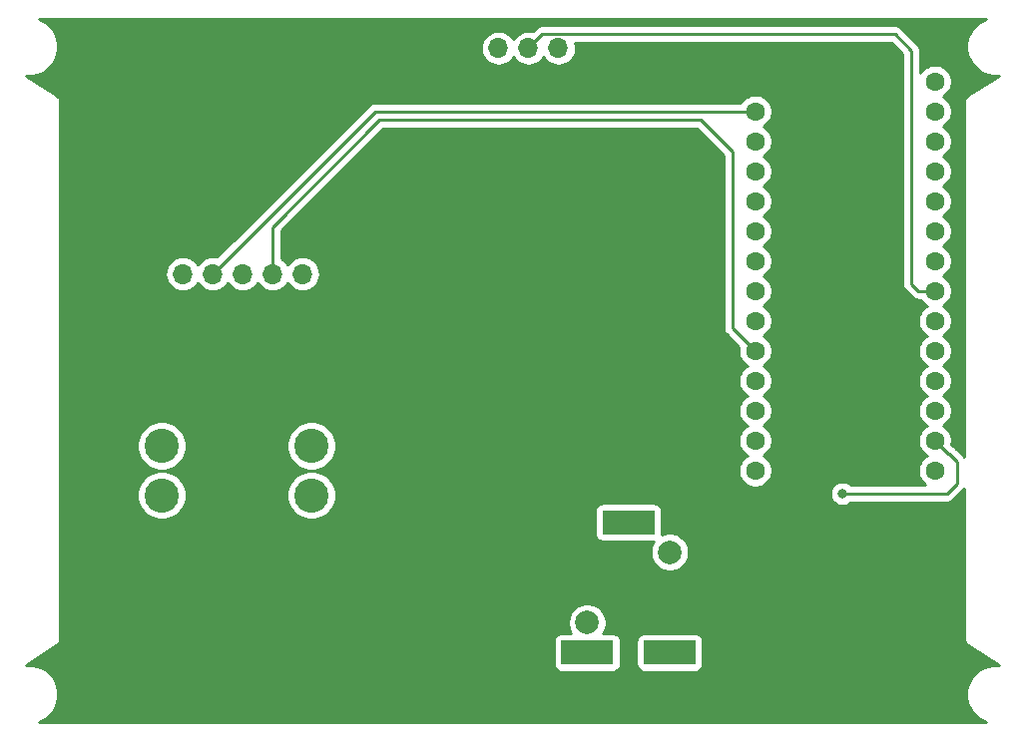
<source format=gbr>
G04 #@! TF.GenerationSoftware,KiCad,Pcbnew,(5.1.4-0)*
G04 #@! TF.CreationDate,2020-03-10T11:39:59-04:00*
G04 #@! TF.ProjectId,joystick,6a6f7973-7469-4636-9b2e-6b696361645f,rev?*
G04 #@! TF.SameCoordinates,Original*
G04 #@! TF.FileFunction,Copper,L2,Bot*
G04 #@! TF.FilePolarity,Positive*
%FSLAX46Y46*%
G04 Gerber Fmt 4.6, Leading zero omitted, Abs format (unit mm)*
G04 Created by KiCad (PCBNEW (5.1.4-0)) date 2020-03-10 11:39:59*
%MOMM*%
%LPD*%
G04 APERTURE LIST*
%ADD10O,1.700000X1.700000*%
%ADD11R,1.700000X1.700000*%
%ADD12R,4.400000X2.000000*%
%ADD13C,2.000000*%
%ADD14C,2.900000*%
%ADD15R,1.600000X1.600000*%
%ADD16C,1.600000*%
%ADD17C,0.800000*%
%ADD18C,0.250000*%
%ADD19C,0.254000*%
G04 APERTURE END LIST*
D10*
X107200000Y-86300000D03*
X104660000Y-86300000D03*
X102120000Y-86300000D03*
X99580000Y-86300000D03*
X97040000Y-86300000D03*
D11*
X94500000Y-86300000D03*
D10*
X128900000Y-67140000D03*
X126360000Y-67140000D03*
X123820000Y-67140000D03*
D11*
X121280000Y-67140000D03*
D12*
X138350000Y-118460000D03*
X131350000Y-118460000D03*
X134850000Y-107400000D03*
D13*
X138350000Y-109930000D03*
X131350000Y-115930000D03*
D14*
X107950000Y-100900000D03*
X107950000Y-105100000D03*
X95250000Y-105100000D03*
X95250000Y-100900000D03*
D15*
X145600000Y-69970000D03*
D16*
X145600000Y-72510000D03*
X145600000Y-75050000D03*
X145600000Y-77590000D03*
X145600000Y-80130000D03*
X145600000Y-82670000D03*
X145600000Y-85210000D03*
X145600000Y-87750000D03*
X145600000Y-90290000D03*
X145600000Y-92830000D03*
X145600000Y-95370000D03*
X145600000Y-97910000D03*
X145600000Y-100450000D03*
X160840000Y-69970000D03*
X160840000Y-72510000D03*
X160840000Y-75050000D03*
X160840000Y-77590000D03*
X160840000Y-80130000D03*
X160840000Y-82670000D03*
X160840000Y-85210000D03*
X160840000Y-87750000D03*
X160840000Y-90290000D03*
X160840000Y-92830000D03*
X160840000Y-95370000D03*
X160840000Y-97910000D03*
X160840000Y-100450000D03*
X145600000Y-102990000D03*
X160840000Y-102990000D03*
D17*
X112300000Y-106950000D03*
X124050000Y-108900000D03*
X153000000Y-104950000D03*
D18*
X127535001Y-65964999D02*
X157464999Y-65964999D01*
X126360000Y-67140000D02*
X127535001Y-65964999D01*
X157464999Y-65964999D02*
X158850000Y-67350000D01*
X158850000Y-67350000D02*
X158850000Y-87150000D01*
X159450000Y-87750000D02*
X160840000Y-87750000D01*
X158850000Y-87150000D02*
X159450000Y-87750000D01*
X153000000Y-104950000D02*
X155050000Y-104950000D01*
X161850000Y-104950000D02*
X153000000Y-104950000D01*
X162700000Y-102250000D02*
X162700000Y-104100000D01*
X162025001Y-101575001D02*
X162700000Y-102250000D01*
X160840000Y-100450000D02*
X161965001Y-101575001D01*
X161965001Y-101575001D02*
X162025001Y-101575001D01*
X162700000Y-104100000D02*
X161850000Y-104950000D01*
X113370000Y-72510000D02*
X102030000Y-83850000D01*
X145600000Y-72510000D02*
X113370000Y-72510000D01*
X102030000Y-83850000D02*
X99580000Y-86300000D01*
X145600000Y-92830000D02*
X143650000Y-90880000D01*
X143650000Y-90880000D02*
X143650000Y-75950000D01*
X140950000Y-73250000D02*
X113750000Y-73250000D01*
X143650000Y-75950000D02*
X140950000Y-73250000D01*
X104660000Y-82340000D02*
X104660000Y-86300000D01*
X113750000Y-73250000D02*
X104660000Y-82340000D01*
D19*
G36*
X164822911Y-64797821D02*
G01*
X164415905Y-65069774D01*
X164069774Y-65415905D01*
X163797821Y-65822911D01*
X163610497Y-66275152D01*
X163515000Y-66755249D01*
X163515000Y-67244751D01*
X163610497Y-67724848D01*
X163797821Y-68177089D01*
X164069774Y-68584095D01*
X164415905Y-68930226D01*
X164822911Y-69202179D01*
X165275152Y-69389503D01*
X165755249Y-69485000D01*
X166244751Y-69485000D01*
X166260092Y-69481949D01*
X163678280Y-71134951D01*
X163642539Y-71154055D01*
X163595548Y-71192620D01*
X163547847Y-71230230D01*
X163543461Y-71235367D01*
X163538234Y-71239656D01*
X163499665Y-71286652D01*
X163460223Y-71332841D01*
X163456923Y-71338735D01*
X163452634Y-71343961D01*
X163423977Y-71397574D01*
X163394301Y-71450574D01*
X163392214Y-71456998D01*
X163389027Y-71462961D01*
X163371387Y-71521111D01*
X163352613Y-71578906D01*
X163351819Y-71585619D01*
X163349858Y-71592084D01*
X163343899Y-71652584D01*
X163336765Y-71712905D01*
X163339946Y-71753287D01*
X163339947Y-101835027D01*
X163334974Y-101825724D01*
X163240001Y-101709999D01*
X163211004Y-101686202D01*
X162588804Y-101064003D01*
X162565002Y-101035000D01*
X162449277Y-100940027D01*
X162353788Y-100888987D01*
X162238688Y-100773886D01*
X162275000Y-100591335D01*
X162275000Y-100308665D01*
X162219853Y-100031426D01*
X162111680Y-99770273D01*
X161954637Y-99535241D01*
X161754759Y-99335363D01*
X161522241Y-99180000D01*
X161754759Y-99024637D01*
X161954637Y-98824759D01*
X162111680Y-98589727D01*
X162219853Y-98328574D01*
X162275000Y-98051335D01*
X162275000Y-97768665D01*
X162219853Y-97491426D01*
X162111680Y-97230273D01*
X161954637Y-96995241D01*
X161754759Y-96795363D01*
X161522241Y-96640000D01*
X161754759Y-96484637D01*
X161954637Y-96284759D01*
X162111680Y-96049727D01*
X162219853Y-95788574D01*
X162275000Y-95511335D01*
X162275000Y-95228665D01*
X162219853Y-94951426D01*
X162111680Y-94690273D01*
X161954637Y-94455241D01*
X161754759Y-94255363D01*
X161522241Y-94100000D01*
X161754759Y-93944637D01*
X161954637Y-93744759D01*
X162111680Y-93509727D01*
X162219853Y-93248574D01*
X162275000Y-92971335D01*
X162275000Y-92688665D01*
X162219853Y-92411426D01*
X162111680Y-92150273D01*
X161954637Y-91915241D01*
X161754759Y-91715363D01*
X161522241Y-91560000D01*
X161754759Y-91404637D01*
X161954637Y-91204759D01*
X162111680Y-90969727D01*
X162219853Y-90708574D01*
X162275000Y-90431335D01*
X162275000Y-90148665D01*
X162219853Y-89871426D01*
X162111680Y-89610273D01*
X161954637Y-89375241D01*
X161754759Y-89175363D01*
X161522241Y-89020000D01*
X161754759Y-88864637D01*
X161954637Y-88664759D01*
X162111680Y-88429727D01*
X162219853Y-88168574D01*
X162275000Y-87891335D01*
X162275000Y-87608665D01*
X162219853Y-87331426D01*
X162111680Y-87070273D01*
X161954637Y-86835241D01*
X161754759Y-86635363D01*
X161522241Y-86480000D01*
X161754759Y-86324637D01*
X161954637Y-86124759D01*
X162111680Y-85889727D01*
X162219853Y-85628574D01*
X162275000Y-85351335D01*
X162275000Y-85068665D01*
X162219853Y-84791426D01*
X162111680Y-84530273D01*
X161954637Y-84295241D01*
X161754759Y-84095363D01*
X161522241Y-83940000D01*
X161754759Y-83784637D01*
X161954637Y-83584759D01*
X162111680Y-83349727D01*
X162219853Y-83088574D01*
X162275000Y-82811335D01*
X162275000Y-82528665D01*
X162219853Y-82251426D01*
X162111680Y-81990273D01*
X161954637Y-81755241D01*
X161754759Y-81555363D01*
X161522241Y-81400000D01*
X161754759Y-81244637D01*
X161954637Y-81044759D01*
X162111680Y-80809727D01*
X162219853Y-80548574D01*
X162275000Y-80271335D01*
X162275000Y-79988665D01*
X162219853Y-79711426D01*
X162111680Y-79450273D01*
X161954637Y-79215241D01*
X161754759Y-79015363D01*
X161522241Y-78860000D01*
X161754759Y-78704637D01*
X161954637Y-78504759D01*
X162111680Y-78269727D01*
X162219853Y-78008574D01*
X162275000Y-77731335D01*
X162275000Y-77448665D01*
X162219853Y-77171426D01*
X162111680Y-76910273D01*
X161954637Y-76675241D01*
X161754759Y-76475363D01*
X161522241Y-76320000D01*
X161754759Y-76164637D01*
X161954637Y-75964759D01*
X162111680Y-75729727D01*
X162219853Y-75468574D01*
X162275000Y-75191335D01*
X162275000Y-74908665D01*
X162219853Y-74631426D01*
X162111680Y-74370273D01*
X161954637Y-74135241D01*
X161754759Y-73935363D01*
X161522241Y-73780000D01*
X161754759Y-73624637D01*
X161954637Y-73424759D01*
X162111680Y-73189727D01*
X162219853Y-72928574D01*
X162275000Y-72651335D01*
X162275000Y-72368665D01*
X162219853Y-72091426D01*
X162111680Y-71830273D01*
X161954637Y-71595241D01*
X161754759Y-71395363D01*
X161522241Y-71240000D01*
X161754759Y-71084637D01*
X161954637Y-70884759D01*
X162111680Y-70649727D01*
X162219853Y-70388574D01*
X162275000Y-70111335D01*
X162275000Y-69828665D01*
X162219853Y-69551426D01*
X162111680Y-69290273D01*
X161954637Y-69055241D01*
X161754759Y-68855363D01*
X161519727Y-68698320D01*
X161258574Y-68590147D01*
X160981335Y-68535000D01*
X160698665Y-68535000D01*
X160421426Y-68590147D01*
X160160273Y-68698320D01*
X159925241Y-68855363D01*
X159725363Y-69055241D01*
X159610000Y-69227894D01*
X159610000Y-67387322D01*
X159613676Y-67349999D01*
X159610000Y-67312676D01*
X159610000Y-67312667D01*
X159599003Y-67201014D01*
X159555546Y-67057753D01*
X159484974Y-66925724D01*
X159390001Y-66809999D01*
X159361004Y-66786202D01*
X158028803Y-65454002D01*
X158005000Y-65424998D01*
X157889275Y-65330025D01*
X157757246Y-65259453D01*
X157613985Y-65215996D01*
X157502332Y-65204999D01*
X157502321Y-65204999D01*
X157464999Y-65201323D01*
X157427677Y-65204999D01*
X127572323Y-65204999D01*
X127535000Y-65201323D01*
X127497677Y-65204999D01*
X127497668Y-65204999D01*
X127386015Y-65215996D01*
X127242754Y-65259453D01*
X127110725Y-65330025D01*
X126995000Y-65424998D01*
X126971202Y-65453996D01*
X126725995Y-65699203D01*
X126651111Y-65676487D01*
X126432950Y-65655000D01*
X126287050Y-65655000D01*
X126068889Y-65676487D01*
X125788966Y-65761401D01*
X125530986Y-65899294D01*
X125304866Y-66084866D01*
X125119294Y-66310986D01*
X125090000Y-66365791D01*
X125060706Y-66310986D01*
X124875134Y-66084866D01*
X124649014Y-65899294D01*
X124391034Y-65761401D01*
X124111111Y-65676487D01*
X123892950Y-65655000D01*
X123747050Y-65655000D01*
X123528889Y-65676487D01*
X123248966Y-65761401D01*
X122990986Y-65899294D01*
X122764866Y-66084866D01*
X122579294Y-66310986D01*
X122441401Y-66568966D01*
X122356487Y-66848889D01*
X122327815Y-67140000D01*
X122356487Y-67431111D01*
X122441401Y-67711034D01*
X122579294Y-67969014D01*
X122764866Y-68195134D01*
X122990986Y-68380706D01*
X123248966Y-68518599D01*
X123528889Y-68603513D01*
X123747050Y-68625000D01*
X123892950Y-68625000D01*
X124111111Y-68603513D01*
X124391034Y-68518599D01*
X124649014Y-68380706D01*
X124875134Y-68195134D01*
X125060706Y-67969014D01*
X125090000Y-67914209D01*
X125119294Y-67969014D01*
X125304866Y-68195134D01*
X125530986Y-68380706D01*
X125788966Y-68518599D01*
X126068889Y-68603513D01*
X126287050Y-68625000D01*
X126432950Y-68625000D01*
X126651111Y-68603513D01*
X126931034Y-68518599D01*
X127189014Y-68380706D01*
X127415134Y-68195134D01*
X127600706Y-67969014D01*
X127630000Y-67914209D01*
X127659294Y-67969014D01*
X127844866Y-68195134D01*
X128070986Y-68380706D01*
X128328966Y-68518599D01*
X128608889Y-68603513D01*
X128827050Y-68625000D01*
X128972950Y-68625000D01*
X129191111Y-68603513D01*
X129471034Y-68518599D01*
X129729014Y-68380706D01*
X129955134Y-68195134D01*
X130140706Y-67969014D01*
X130278599Y-67711034D01*
X130363513Y-67431111D01*
X130392185Y-67140000D01*
X130363513Y-66848889D01*
X130325931Y-66724999D01*
X157150198Y-66724999D01*
X158090000Y-67664802D01*
X158090001Y-87112667D01*
X158086324Y-87150000D01*
X158090001Y-87187333D01*
X158100998Y-87298986D01*
X158109109Y-87325724D01*
X158144454Y-87442246D01*
X158215026Y-87574276D01*
X158236969Y-87601013D01*
X158310000Y-87690001D01*
X158338998Y-87713799D01*
X158886200Y-88261002D01*
X158909999Y-88290001D01*
X158938997Y-88313799D01*
X159025723Y-88384974D01*
X159157753Y-88455546D01*
X159301014Y-88499003D01*
X159412667Y-88510000D01*
X159412676Y-88510000D01*
X159449999Y-88513676D01*
X159487322Y-88510000D01*
X159621957Y-88510000D01*
X159725363Y-88664759D01*
X159925241Y-88864637D01*
X160157759Y-89020000D01*
X159925241Y-89175363D01*
X159725363Y-89375241D01*
X159568320Y-89610273D01*
X159460147Y-89871426D01*
X159405000Y-90148665D01*
X159405000Y-90431335D01*
X159460147Y-90708574D01*
X159568320Y-90969727D01*
X159725363Y-91204759D01*
X159925241Y-91404637D01*
X160157759Y-91560000D01*
X159925241Y-91715363D01*
X159725363Y-91915241D01*
X159568320Y-92150273D01*
X159460147Y-92411426D01*
X159405000Y-92688665D01*
X159405000Y-92971335D01*
X159460147Y-93248574D01*
X159568320Y-93509727D01*
X159725363Y-93744759D01*
X159925241Y-93944637D01*
X160157759Y-94100000D01*
X159925241Y-94255363D01*
X159725363Y-94455241D01*
X159568320Y-94690273D01*
X159460147Y-94951426D01*
X159405000Y-95228665D01*
X159405000Y-95511335D01*
X159460147Y-95788574D01*
X159568320Y-96049727D01*
X159725363Y-96284759D01*
X159925241Y-96484637D01*
X160157759Y-96640000D01*
X159925241Y-96795363D01*
X159725363Y-96995241D01*
X159568320Y-97230273D01*
X159460147Y-97491426D01*
X159405000Y-97768665D01*
X159405000Y-98051335D01*
X159460147Y-98328574D01*
X159568320Y-98589727D01*
X159725363Y-98824759D01*
X159925241Y-99024637D01*
X160157759Y-99180000D01*
X159925241Y-99335363D01*
X159725363Y-99535241D01*
X159568320Y-99770273D01*
X159460147Y-100031426D01*
X159405000Y-100308665D01*
X159405000Y-100591335D01*
X159460147Y-100868574D01*
X159568320Y-101129727D01*
X159725363Y-101364759D01*
X159925241Y-101564637D01*
X160157759Y-101720000D01*
X159925241Y-101875363D01*
X159725363Y-102075241D01*
X159568320Y-102310273D01*
X159460147Y-102571426D01*
X159405000Y-102848665D01*
X159405000Y-103131335D01*
X159460147Y-103408574D01*
X159568320Y-103669727D01*
X159725363Y-103904759D01*
X159925241Y-104104637D01*
X160052996Y-104190000D01*
X153703711Y-104190000D01*
X153659774Y-104146063D01*
X153490256Y-104032795D01*
X153301898Y-103954774D01*
X153101939Y-103915000D01*
X152898061Y-103915000D01*
X152698102Y-103954774D01*
X152509744Y-104032795D01*
X152340226Y-104146063D01*
X152196063Y-104290226D01*
X152082795Y-104459744D01*
X152004774Y-104648102D01*
X151965000Y-104848061D01*
X151965000Y-105051939D01*
X152004774Y-105251898D01*
X152082795Y-105440256D01*
X152196063Y-105609774D01*
X152340226Y-105753937D01*
X152509744Y-105867205D01*
X152698102Y-105945226D01*
X152898061Y-105985000D01*
X153101939Y-105985000D01*
X153301898Y-105945226D01*
X153490256Y-105867205D01*
X153659774Y-105753937D01*
X153703711Y-105710000D01*
X161812678Y-105710000D01*
X161850000Y-105713676D01*
X161887322Y-105710000D01*
X161887333Y-105710000D01*
X161998986Y-105699003D01*
X162142247Y-105655546D01*
X162274276Y-105584974D01*
X162390001Y-105490001D01*
X162413803Y-105460998D01*
X163211003Y-104663799D01*
X163240001Y-104640001D01*
X163334974Y-104524276D01*
X163339947Y-104514973D01*
X163339947Y-117246575D01*
X163336765Y-117286970D01*
X163343905Y-117347337D01*
X163349859Y-117407792D01*
X163351819Y-117414252D01*
X163352613Y-117420969D01*
X163371398Y-117478796D01*
X163389028Y-117536915D01*
X163392213Y-117542874D01*
X163394301Y-117549301D01*
X163423987Y-117602319D01*
X163452635Y-117655915D01*
X163456922Y-117661139D01*
X163460223Y-117667034D01*
X163499670Y-117713228D01*
X163538235Y-117760220D01*
X163543461Y-117764509D01*
X163547847Y-117769645D01*
X163595559Y-117807265D01*
X163642540Y-117845820D01*
X163678274Y-117864921D01*
X166260375Y-119518108D01*
X166244751Y-119515000D01*
X165755249Y-119515000D01*
X165275152Y-119610497D01*
X164822911Y-119797821D01*
X164415905Y-120069774D01*
X164069774Y-120415905D01*
X163797821Y-120822911D01*
X163610497Y-121275152D01*
X163515000Y-121755249D01*
X163515000Y-122244751D01*
X163610497Y-122724848D01*
X163797821Y-123177089D01*
X164069774Y-123584095D01*
X164415905Y-123930226D01*
X164822911Y-124202179D01*
X165155392Y-124339897D01*
X164033573Y-124339897D01*
X163999926Y-124336583D01*
X163999644Y-124336611D01*
X163999376Y-124336584D01*
X163965373Y-124339897D01*
X84844608Y-124339897D01*
X85177089Y-124202179D01*
X85584095Y-123930226D01*
X85930226Y-123584095D01*
X86202179Y-123177089D01*
X86389503Y-122724848D01*
X86485000Y-122244751D01*
X86485000Y-121755249D01*
X86389503Y-121275152D01*
X86202179Y-120822911D01*
X85930226Y-120415905D01*
X85584095Y-120069774D01*
X85177089Y-119797821D01*
X84724848Y-119610497D01*
X84244751Y-119515000D01*
X83755249Y-119515000D01*
X83739268Y-119518179D01*
X86321616Y-117864835D01*
X86357341Y-117845739D01*
X86404290Y-117807209D01*
X86452034Y-117769565D01*
X86456423Y-117764425D01*
X86461646Y-117760139D01*
X86500201Y-117713159D01*
X86539658Y-117666954D01*
X86542958Y-117661060D01*
X86547247Y-117655834D01*
X86575904Y-117602221D01*
X86605580Y-117549221D01*
X86607667Y-117542797D01*
X86610854Y-117536834D01*
X86628494Y-117478684D01*
X86634563Y-117460000D01*
X128511928Y-117460000D01*
X128511928Y-119460000D01*
X128524188Y-119584482D01*
X128560498Y-119704180D01*
X128619463Y-119814494D01*
X128698815Y-119911185D01*
X128795506Y-119990537D01*
X128905820Y-120049502D01*
X129025518Y-120085812D01*
X129150000Y-120098072D01*
X133550000Y-120098072D01*
X133674482Y-120085812D01*
X133794180Y-120049502D01*
X133904494Y-119990537D01*
X134001185Y-119911185D01*
X134080537Y-119814494D01*
X134139502Y-119704180D01*
X134175812Y-119584482D01*
X134188072Y-119460000D01*
X134188072Y-117460000D01*
X135511928Y-117460000D01*
X135511928Y-119460000D01*
X135524188Y-119584482D01*
X135560498Y-119704180D01*
X135619463Y-119814494D01*
X135698815Y-119911185D01*
X135795506Y-119990537D01*
X135905820Y-120049502D01*
X136025518Y-120085812D01*
X136150000Y-120098072D01*
X140550000Y-120098072D01*
X140674482Y-120085812D01*
X140794180Y-120049502D01*
X140904494Y-119990537D01*
X141001185Y-119911185D01*
X141080537Y-119814494D01*
X141139502Y-119704180D01*
X141175812Y-119584482D01*
X141188072Y-119460000D01*
X141188072Y-117460000D01*
X141175812Y-117335518D01*
X141139502Y-117215820D01*
X141080537Y-117105506D01*
X141001185Y-117008815D01*
X140904494Y-116929463D01*
X140794180Y-116870498D01*
X140674482Y-116834188D01*
X140550000Y-116821928D01*
X136150000Y-116821928D01*
X136025518Y-116834188D01*
X135905820Y-116870498D01*
X135795506Y-116929463D01*
X135698815Y-117008815D01*
X135619463Y-117105506D01*
X135560498Y-117215820D01*
X135524188Y-117335518D01*
X135511928Y-117460000D01*
X134188072Y-117460000D01*
X134175812Y-117335518D01*
X134139502Y-117215820D01*
X134080537Y-117105506D01*
X134001185Y-117008815D01*
X133904494Y-116929463D01*
X133794180Y-116870498D01*
X133674482Y-116834188D01*
X133550000Y-116821928D01*
X132720430Y-116821928D01*
X132798918Y-116704463D01*
X132922168Y-116406912D01*
X132985000Y-116091033D01*
X132985000Y-115768967D01*
X132922168Y-115453088D01*
X132798918Y-115155537D01*
X132619987Y-114887748D01*
X132392252Y-114660013D01*
X132124463Y-114481082D01*
X131826912Y-114357832D01*
X131511033Y-114295000D01*
X131188967Y-114295000D01*
X130873088Y-114357832D01*
X130575537Y-114481082D01*
X130307748Y-114660013D01*
X130080013Y-114887748D01*
X129901082Y-115155537D01*
X129777832Y-115453088D01*
X129715000Y-115768967D01*
X129715000Y-116091033D01*
X129777832Y-116406912D01*
X129901082Y-116704463D01*
X129979570Y-116821928D01*
X129150000Y-116821928D01*
X129025518Y-116834188D01*
X128905820Y-116870498D01*
X128795506Y-116929463D01*
X128698815Y-117008815D01*
X128619463Y-117105506D01*
X128560498Y-117215820D01*
X128524188Y-117335518D01*
X128511928Y-117460000D01*
X86634563Y-117460000D01*
X86647268Y-117420889D01*
X86648062Y-117414175D01*
X86650023Y-117407711D01*
X86655979Y-117347239D01*
X86663117Y-117286890D01*
X86659935Y-117246498D01*
X86659935Y-104894645D01*
X93165000Y-104894645D01*
X93165000Y-105305355D01*
X93245126Y-105708172D01*
X93402297Y-106087618D01*
X93630475Y-106429110D01*
X93920890Y-106719525D01*
X94262382Y-106947703D01*
X94641828Y-107104874D01*
X95044645Y-107185000D01*
X95455355Y-107185000D01*
X95858172Y-107104874D01*
X96237618Y-106947703D01*
X96579110Y-106719525D01*
X96869525Y-106429110D01*
X97097703Y-106087618D01*
X97254874Y-105708172D01*
X97335000Y-105305355D01*
X97335000Y-104894645D01*
X105865000Y-104894645D01*
X105865000Y-105305355D01*
X105945126Y-105708172D01*
X106102297Y-106087618D01*
X106330475Y-106429110D01*
X106620890Y-106719525D01*
X106962382Y-106947703D01*
X107341828Y-107104874D01*
X107744645Y-107185000D01*
X108155355Y-107185000D01*
X108558172Y-107104874D01*
X108937618Y-106947703D01*
X109279110Y-106719525D01*
X109569525Y-106429110D01*
X109588975Y-106400000D01*
X132011928Y-106400000D01*
X132011928Y-108400000D01*
X132024188Y-108524482D01*
X132060498Y-108644180D01*
X132119463Y-108754494D01*
X132198815Y-108851185D01*
X132295506Y-108930537D01*
X132405820Y-108989502D01*
X132525518Y-109025812D01*
X132650000Y-109038072D01*
X136979570Y-109038072D01*
X136901082Y-109155537D01*
X136777832Y-109453088D01*
X136715000Y-109768967D01*
X136715000Y-110091033D01*
X136777832Y-110406912D01*
X136901082Y-110704463D01*
X137080013Y-110972252D01*
X137307748Y-111199987D01*
X137575537Y-111378918D01*
X137873088Y-111502168D01*
X138188967Y-111565000D01*
X138511033Y-111565000D01*
X138826912Y-111502168D01*
X139124463Y-111378918D01*
X139392252Y-111199987D01*
X139619987Y-110972252D01*
X139798918Y-110704463D01*
X139922168Y-110406912D01*
X139985000Y-110091033D01*
X139985000Y-109768967D01*
X139922168Y-109453088D01*
X139798918Y-109155537D01*
X139619987Y-108887748D01*
X139392252Y-108660013D01*
X139124463Y-108481082D01*
X138826912Y-108357832D01*
X138511033Y-108295000D01*
X138188967Y-108295000D01*
X137873088Y-108357832D01*
X137684533Y-108435934D01*
X137688072Y-108400000D01*
X137688072Y-106400000D01*
X137675812Y-106275518D01*
X137639502Y-106155820D01*
X137580537Y-106045506D01*
X137501185Y-105948815D01*
X137404494Y-105869463D01*
X137294180Y-105810498D01*
X137174482Y-105774188D01*
X137050000Y-105761928D01*
X132650000Y-105761928D01*
X132525518Y-105774188D01*
X132405820Y-105810498D01*
X132295506Y-105869463D01*
X132198815Y-105948815D01*
X132119463Y-106045506D01*
X132060498Y-106155820D01*
X132024188Y-106275518D01*
X132011928Y-106400000D01*
X109588975Y-106400000D01*
X109797703Y-106087618D01*
X109954874Y-105708172D01*
X110035000Y-105305355D01*
X110035000Y-104894645D01*
X109954874Y-104491828D01*
X109797703Y-104112382D01*
X109569525Y-103770890D01*
X109279110Y-103480475D01*
X108937618Y-103252297D01*
X108558172Y-103095126D01*
X108155355Y-103015000D01*
X107744645Y-103015000D01*
X107341828Y-103095126D01*
X106962382Y-103252297D01*
X106620890Y-103480475D01*
X106330475Y-103770890D01*
X106102297Y-104112382D01*
X105945126Y-104491828D01*
X105865000Y-104894645D01*
X97335000Y-104894645D01*
X97254874Y-104491828D01*
X97097703Y-104112382D01*
X96869525Y-103770890D01*
X96579110Y-103480475D01*
X96237618Y-103252297D01*
X95858172Y-103095126D01*
X95455355Y-103015000D01*
X95044645Y-103015000D01*
X94641828Y-103095126D01*
X94262382Y-103252297D01*
X93920890Y-103480475D01*
X93630475Y-103770890D01*
X93402297Y-104112382D01*
X93245126Y-104491828D01*
X93165000Y-104894645D01*
X86659935Y-104894645D01*
X86659935Y-100694645D01*
X93165000Y-100694645D01*
X93165000Y-101105355D01*
X93245126Y-101508172D01*
X93402297Y-101887618D01*
X93630475Y-102229110D01*
X93920890Y-102519525D01*
X94262382Y-102747703D01*
X94641828Y-102904874D01*
X95044645Y-102985000D01*
X95455355Y-102985000D01*
X95858172Y-102904874D01*
X96237618Y-102747703D01*
X96579110Y-102519525D01*
X96869525Y-102229110D01*
X97097703Y-101887618D01*
X97254874Y-101508172D01*
X97335000Y-101105355D01*
X97335000Y-100694645D01*
X105865000Y-100694645D01*
X105865000Y-101105355D01*
X105945126Y-101508172D01*
X106102297Y-101887618D01*
X106330475Y-102229110D01*
X106620890Y-102519525D01*
X106962382Y-102747703D01*
X107341828Y-102904874D01*
X107744645Y-102985000D01*
X108155355Y-102985000D01*
X108558172Y-102904874D01*
X108937618Y-102747703D01*
X109279110Y-102519525D01*
X109569525Y-102229110D01*
X109797703Y-101887618D01*
X109954874Y-101508172D01*
X110035000Y-101105355D01*
X110035000Y-100694645D01*
X109954874Y-100291828D01*
X109797703Y-99912382D01*
X109569525Y-99570890D01*
X109279110Y-99280475D01*
X108937618Y-99052297D01*
X108558172Y-98895126D01*
X108155355Y-98815000D01*
X107744645Y-98815000D01*
X107341828Y-98895126D01*
X106962382Y-99052297D01*
X106620890Y-99280475D01*
X106330475Y-99570890D01*
X106102297Y-99912382D01*
X105945126Y-100291828D01*
X105865000Y-100694645D01*
X97335000Y-100694645D01*
X97254874Y-100291828D01*
X97097703Y-99912382D01*
X96869525Y-99570890D01*
X96579110Y-99280475D01*
X96237618Y-99052297D01*
X95858172Y-98895126D01*
X95455355Y-98815000D01*
X95044645Y-98815000D01*
X94641828Y-98895126D01*
X94262382Y-99052297D01*
X93920890Y-99280475D01*
X93630475Y-99570890D01*
X93402297Y-99912382D01*
X93245126Y-100291828D01*
X93165000Y-100694645D01*
X86659935Y-100694645D01*
X86659935Y-86300000D01*
X95547815Y-86300000D01*
X95576487Y-86591111D01*
X95661401Y-86871034D01*
X95799294Y-87129014D01*
X95984866Y-87355134D01*
X96210986Y-87540706D01*
X96468966Y-87678599D01*
X96748889Y-87763513D01*
X96967050Y-87785000D01*
X97112950Y-87785000D01*
X97331111Y-87763513D01*
X97611034Y-87678599D01*
X97869014Y-87540706D01*
X98095134Y-87355134D01*
X98280706Y-87129014D01*
X98310000Y-87074209D01*
X98339294Y-87129014D01*
X98524866Y-87355134D01*
X98750986Y-87540706D01*
X99008966Y-87678599D01*
X99288889Y-87763513D01*
X99507050Y-87785000D01*
X99652950Y-87785000D01*
X99871111Y-87763513D01*
X100151034Y-87678599D01*
X100409014Y-87540706D01*
X100635134Y-87355134D01*
X100820706Y-87129014D01*
X100850000Y-87074209D01*
X100879294Y-87129014D01*
X101064866Y-87355134D01*
X101290986Y-87540706D01*
X101548966Y-87678599D01*
X101828889Y-87763513D01*
X102047050Y-87785000D01*
X102192950Y-87785000D01*
X102411111Y-87763513D01*
X102691034Y-87678599D01*
X102949014Y-87540706D01*
X103175134Y-87355134D01*
X103360706Y-87129014D01*
X103390000Y-87074209D01*
X103419294Y-87129014D01*
X103604866Y-87355134D01*
X103830986Y-87540706D01*
X104088966Y-87678599D01*
X104368889Y-87763513D01*
X104587050Y-87785000D01*
X104732950Y-87785000D01*
X104951111Y-87763513D01*
X105231034Y-87678599D01*
X105489014Y-87540706D01*
X105715134Y-87355134D01*
X105900706Y-87129014D01*
X105930000Y-87074209D01*
X105959294Y-87129014D01*
X106144866Y-87355134D01*
X106370986Y-87540706D01*
X106628966Y-87678599D01*
X106908889Y-87763513D01*
X107127050Y-87785000D01*
X107272950Y-87785000D01*
X107491111Y-87763513D01*
X107771034Y-87678599D01*
X108029014Y-87540706D01*
X108255134Y-87355134D01*
X108440706Y-87129014D01*
X108578599Y-86871034D01*
X108663513Y-86591111D01*
X108692185Y-86300000D01*
X108663513Y-86008889D01*
X108578599Y-85728966D01*
X108440706Y-85470986D01*
X108255134Y-85244866D01*
X108029014Y-85059294D01*
X107771034Y-84921401D01*
X107491111Y-84836487D01*
X107272950Y-84815000D01*
X107127050Y-84815000D01*
X106908889Y-84836487D01*
X106628966Y-84921401D01*
X106370986Y-85059294D01*
X106144866Y-85244866D01*
X105959294Y-85470986D01*
X105930000Y-85525791D01*
X105900706Y-85470986D01*
X105715134Y-85244866D01*
X105489014Y-85059294D01*
X105420000Y-85022405D01*
X105420000Y-82654801D01*
X114064802Y-74010000D01*
X140635199Y-74010000D01*
X142890001Y-76264803D01*
X142890000Y-90842678D01*
X142886324Y-90880000D01*
X142890000Y-90917322D01*
X142890000Y-90917332D01*
X142900997Y-91028985D01*
X142944454Y-91172246D01*
X143015026Y-91304276D01*
X143054871Y-91352826D01*
X143109999Y-91420001D01*
X143139002Y-91443804D01*
X144201312Y-92506114D01*
X144165000Y-92688665D01*
X144165000Y-92971335D01*
X144220147Y-93248574D01*
X144328320Y-93509727D01*
X144485363Y-93744759D01*
X144685241Y-93944637D01*
X144917759Y-94100000D01*
X144685241Y-94255363D01*
X144485363Y-94455241D01*
X144328320Y-94690273D01*
X144220147Y-94951426D01*
X144165000Y-95228665D01*
X144165000Y-95511335D01*
X144220147Y-95788574D01*
X144328320Y-96049727D01*
X144485363Y-96284759D01*
X144685241Y-96484637D01*
X144917759Y-96640000D01*
X144685241Y-96795363D01*
X144485363Y-96995241D01*
X144328320Y-97230273D01*
X144220147Y-97491426D01*
X144165000Y-97768665D01*
X144165000Y-98051335D01*
X144220147Y-98328574D01*
X144328320Y-98589727D01*
X144485363Y-98824759D01*
X144685241Y-99024637D01*
X144917759Y-99180000D01*
X144685241Y-99335363D01*
X144485363Y-99535241D01*
X144328320Y-99770273D01*
X144220147Y-100031426D01*
X144165000Y-100308665D01*
X144165000Y-100591335D01*
X144220147Y-100868574D01*
X144328320Y-101129727D01*
X144485363Y-101364759D01*
X144685241Y-101564637D01*
X144917759Y-101720000D01*
X144685241Y-101875363D01*
X144485363Y-102075241D01*
X144328320Y-102310273D01*
X144220147Y-102571426D01*
X144165000Y-102848665D01*
X144165000Y-103131335D01*
X144220147Y-103408574D01*
X144328320Y-103669727D01*
X144485363Y-103904759D01*
X144685241Y-104104637D01*
X144920273Y-104261680D01*
X145181426Y-104369853D01*
X145458665Y-104425000D01*
X145741335Y-104425000D01*
X146018574Y-104369853D01*
X146279727Y-104261680D01*
X146514759Y-104104637D01*
X146714637Y-103904759D01*
X146871680Y-103669727D01*
X146979853Y-103408574D01*
X147035000Y-103131335D01*
X147035000Y-102848665D01*
X146979853Y-102571426D01*
X146871680Y-102310273D01*
X146714637Y-102075241D01*
X146514759Y-101875363D01*
X146282241Y-101720000D01*
X146514759Y-101564637D01*
X146714637Y-101364759D01*
X146871680Y-101129727D01*
X146979853Y-100868574D01*
X147035000Y-100591335D01*
X147035000Y-100308665D01*
X146979853Y-100031426D01*
X146871680Y-99770273D01*
X146714637Y-99535241D01*
X146514759Y-99335363D01*
X146282241Y-99180000D01*
X146514759Y-99024637D01*
X146714637Y-98824759D01*
X146871680Y-98589727D01*
X146979853Y-98328574D01*
X147035000Y-98051335D01*
X147035000Y-97768665D01*
X146979853Y-97491426D01*
X146871680Y-97230273D01*
X146714637Y-96995241D01*
X146514759Y-96795363D01*
X146282241Y-96640000D01*
X146514759Y-96484637D01*
X146714637Y-96284759D01*
X146871680Y-96049727D01*
X146979853Y-95788574D01*
X147035000Y-95511335D01*
X147035000Y-95228665D01*
X146979853Y-94951426D01*
X146871680Y-94690273D01*
X146714637Y-94455241D01*
X146514759Y-94255363D01*
X146282241Y-94100000D01*
X146514759Y-93944637D01*
X146714637Y-93744759D01*
X146871680Y-93509727D01*
X146979853Y-93248574D01*
X147035000Y-92971335D01*
X147035000Y-92688665D01*
X146979853Y-92411426D01*
X146871680Y-92150273D01*
X146714637Y-91915241D01*
X146514759Y-91715363D01*
X146282241Y-91560000D01*
X146514759Y-91404637D01*
X146714637Y-91204759D01*
X146871680Y-90969727D01*
X146979853Y-90708574D01*
X147035000Y-90431335D01*
X147035000Y-90148665D01*
X146979853Y-89871426D01*
X146871680Y-89610273D01*
X146714637Y-89375241D01*
X146514759Y-89175363D01*
X146282241Y-89020000D01*
X146514759Y-88864637D01*
X146714637Y-88664759D01*
X146871680Y-88429727D01*
X146979853Y-88168574D01*
X147035000Y-87891335D01*
X147035000Y-87608665D01*
X146979853Y-87331426D01*
X146871680Y-87070273D01*
X146714637Y-86835241D01*
X146514759Y-86635363D01*
X146282241Y-86480000D01*
X146514759Y-86324637D01*
X146714637Y-86124759D01*
X146871680Y-85889727D01*
X146979853Y-85628574D01*
X147035000Y-85351335D01*
X147035000Y-85068665D01*
X146979853Y-84791426D01*
X146871680Y-84530273D01*
X146714637Y-84295241D01*
X146514759Y-84095363D01*
X146282241Y-83940000D01*
X146514759Y-83784637D01*
X146714637Y-83584759D01*
X146871680Y-83349727D01*
X146979853Y-83088574D01*
X147035000Y-82811335D01*
X147035000Y-82528665D01*
X146979853Y-82251426D01*
X146871680Y-81990273D01*
X146714637Y-81755241D01*
X146514759Y-81555363D01*
X146282241Y-81400000D01*
X146514759Y-81244637D01*
X146714637Y-81044759D01*
X146871680Y-80809727D01*
X146979853Y-80548574D01*
X147035000Y-80271335D01*
X147035000Y-79988665D01*
X146979853Y-79711426D01*
X146871680Y-79450273D01*
X146714637Y-79215241D01*
X146514759Y-79015363D01*
X146282241Y-78860000D01*
X146514759Y-78704637D01*
X146714637Y-78504759D01*
X146871680Y-78269727D01*
X146979853Y-78008574D01*
X147035000Y-77731335D01*
X147035000Y-77448665D01*
X146979853Y-77171426D01*
X146871680Y-76910273D01*
X146714637Y-76675241D01*
X146514759Y-76475363D01*
X146282241Y-76320000D01*
X146514759Y-76164637D01*
X146714637Y-75964759D01*
X146871680Y-75729727D01*
X146979853Y-75468574D01*
X147035000Y-75191335D01*
X147035000Y-74908665D01*
X146979853Y-74631426D01*
X146871680Y-74370273D01*
X146714637Y-74135241D01*
X146514759Y-73935363D01*
X146282241Y-73780000D01*
X146514759Y-73624637D01*
X146714637Y-73424759D01*
X146871680Y-73189727D01*
X146979853Y-72928574D01*
X147035000Y-72651335D01*
X147035000Y-72368665D01*
X146979853Y-72091426D01*
X146871680Y-71830273D01*
X146714637Y-71595241D01*
X146514759Y-71395363D01*
X146279727Y-71238320D01*
X146018574Y-71130147D01*
X145741335Y-71075000D01*
X145458665Y-71075000D01*
X145181426Y-71130147D01*
X144920273Y-71238320D01*
X144685241Y-71395363D01*
X144485363Y-71595241D01*
X144381957Y-71750000D01*
X113407325Y-71750000D01*
X113370000Y-71746324D01*
X113332675Y-71750000D01*
X113332667Y-71750000D01*
X113221014Y-71760997D01*
X113077753Y-71804454D01*
X112945724Y-71875026D01*
X112829999Y-71969999D01*
X112806201Y-71998997D01*
X101519003Y-83286196D01*
X101518997Y-83286201D01*
X99945996Y-84859203D01*
X99871111Y-84836487D01*
X99652950Y-84815000D01*
X99507050Y-84815000D01*
X99288889Y-84836487D01*
X99008966Y-84921401D01*
X98750986Y-85059294D01*
X98524866Y-85244866D01*
X98339294Y-85470986D01*
X98310000Y-85525791D01*
X98280706Y-85470986D01*
X98095134Y-85244866D01*
X97869014Y-85059294D01*
X97611034Y-84921401D01*
X97331111Y-84836487D01*
X97112950Y-84815000D01*
X96967050Y-84815000D01*
X96748889Y-84836487D01*
X96468966Y-84921401D01*
X96210986Y-85059294D01*
X95984866Y-85244866D01*
X95799294Y-85470986D01*
X95661401Y-85728966D01*
X95576487Y-86008889D01*
X95547815Y-86300000D01*
X86659935Y-86300000D01*
X86659935Y-71753377D01*
X86663117Y-71712985D01*
X86655979Y-71652636D01*
X86650023Y-71592164D01*
X86648062Y-71585700D01*
X86647268Y-71578986D01*
X86628494Y-71521191D01*
X86610854Y-71463041D01*
X86607667Y-71457078D01*
X86605580Y-71450654D01*
X86575904Y-71397654D01*
X86547247Y-71344041D01*
X86542958Y-71338815D01*
X86539658Y-71332921D01*
X86500216Y-71286732D01*
X86461647Y-71239736D01*
X86456421Y-71235447D01*
X86452034Y-71230310D01*
X86404316Y-71192686D01*
X86357342Y-71154136D01*
X86321611Y-71135037D01*
X83739551Y-69481878D01*
X83755249Y-69485000D01*
X84244751Y-69485000D01*
X84724848Y-69389503D01*
X85177089Y-69202179D01*
X85584095Y-68930226D01*
X85930226Y-68584095D01*
X86202179Y-68177089D01*
X86389503Y-67724848D01*
X86485000Y-67244751D01*
X86485000Y-66755249D01*
X86389503Y-66275152D01*
X86202179Y-65822911D01*
X85930226Y-65415905D01*
X85584095Y-65069774D01*
X85177089Y-64797821D01*
X84844308Y-64659979D01*
X165155692Y-64659979D01*
X164822911Y-64797821D01*
X164822911Y-64797821D01*
G37*
X164822911Y-64797821D02*
X164415905Y-65069774D01*
X164069774Y-65415905D01*
X163797821Y-65822911D01*
X163610497Y-66275152D01*
X163515000Y-66755249D01*
X163515000Y-67244751D01*
X163610497Y-67724848D01*
X163797821Y-68177089D01*
X164069774Y-68584095D01*
X164415905Y-68930226D01*
X164822911Y-69202179D01*
X165275152Y-69389503D01*
X165755249Y-69485000D01*
X166244751Y-69485000D01*
X166260092Y-69481949D01*
X163678280Y-71134951D01*
X163642539Y-71154055D01*
X163595548Y-71192620D01*
X163547847Y-71230230D01*
X163543461Y-71235367D01*
X163538234Y-71239656D01*
X163499665Y-71286652D01*
X163460223Y-71332841D01*
X163456923Y-71338735D01*
X163452634Y-71343961D01*
X163423977Y-71397574D01*
X163394301Y-71450574D01*
X163392214Y-71456998D01*
X163389027Y-71462961D01*
X163371387Y-71521111D01*
X163352613Y-71578906D01*
X163351819Y-71585619D01*
X163349858Y-71592084D01*
X163343899Y-71652584D01*
X163336765Y-71712905D01*
X163339946Y-71753287D01*
X163339947Y-101835027D01*
X163334974Y-101825724D01*
X163240001Y-101709999D01*
X163211004Y-101686202D01*
X162588804Y-101064003D01*
X162565002Y-101035000D01*
X162449277Y-100940027D01*
X162353788Y-100888987D01*
X162238688Y-100773886D01*
X162275000Y-100591335D01*
X162275000Y-100308665D01*
X162219853Y-100031426D01*
X162111680Y-99770273D01*
X161954637Y-99535241D01*
X161754759Y-99335363D01*
X161522241Y-99180000D01*
X161754759Y-99024637D01*
X161954637Y-98824759D01*
X162111680Y-98589727D01*
X162219853Y-98328574D01*
X162275000Y-98051335D01*
X162275000Y-97768665D01*
X162219853Y-97491426D01*
X162111680Y-97230273D01*
X161954637Y-96995241D01*
X161754759Y-96795363D01*
X161522241Y-96640000D01*
X161754759Y-96484637D01*
X161954637Y-96284759D01*
X162111680Y-96049727D01*
X162219853Y-95788574D01*
X162275000Y-95511335D01*
X162275000Y-95228665D01*
X162219853Y-94951426D01*
X162111680Y-94690273D01*
X161954637Y-94455241D01*
X161754759Y-94255363D01*
X161522241Y-94100000D01*
X161754759Y-93944637D01*
X161954637Y-93744759D01*
X162111680Y-93509727D01*
X162219853Y-93248574D01*
X162275000Y-92971335D01*
X162275000Y-92688665D01*
X162219853Y-92411426D01*
X162111680Y-92150273D01*
X161954637Y-91915241D01*
X161754759Y-91715363D01*
X161522241Y-91560000D01*
X161754759Y-91404637D01*
X161954637Y-91204759D01*
X162111680Y-90969727D01*
X162219853Y-90708574D01*
X162275000Y-90431335D01*
X162275000Y-90148665D01*
X162219853Y-89871426D01*
X162111680Y-89610273D01*
X161954637Y-89375241D01*
X161754759Y-89175363D01*
X161522241Y-89020000D01*
X161754759Y-88864637D01*
X161954637Y-88664759D01*
X162111680Y-88429727D01*
X162219853Y-88168574D01*
X162275000Y-87891335D01*
X162275000Y-87608665D01*
X162219853Y-87331426D01*
X162111680Y-87070273D01*
X161954637Y-86835241D01*
X161754759Y-86635363D01*
X161522241Y-86480000D01*
X161754759Y-86324637D01*
X161954637Y-86124759D01*
X162111680Y-85889727D01*
X162219853Y-85628574D01*
X162275000Y-85351335D01*
X162275000Y-85068665D01*
X162219853Y-84791426D01*
X162111680Y-84530273D01*
X161954637Y-84295241D01*
X161754759Y-84095363D01*
X161522241Y-83940000D01*
X161754759Y-83784637D01*
X161954637Y-83584759D01*
X162111680Y-83349727D01*
X162219853Y-83088574D01*
X162275000Y-82811335D01*
X162275000Y-82528665D01*
X162219853Y-82251426D01*
X162111680Y-81990273D01*
X161954637Y-81755241D01*
X161754759Y-81555363D01*
X161522241Y-81400000D01*
X161754759Y-81244637D01*
X161954637Y-81044759D01*
X162111680Y-80809727D01*
X162219853Y-80548574D01*
X162275000Y-80271335D01*
X162275000Y-79988665D01*
X162219853Y-79711426D01*
X162111680Y-79450273D01*
X161954637Y-79215241D01*
X161754759Y-79015363D01*
X161522241Y-78860000D01*
X161754759Y-78704637D01*
X161954637Y-78504759D01*
X162111680Y-78269727D01*
X162219853Y-78008574D01*
X162275000Y-77731335D01*
X162275000Y-77448665D01*
X162219853Y-77171426D01*
X162111680Y-76910273D01*
X161954637Y-76675241D01*
X161754759Y-76475363D01*
X161522241Y-76320000D01*
X161754759Y-76164637D01*
X161954637Y-75964759D01*
X162111680Y-75729727D01*
X162219853Y-75468574D01*
X162275000Y-75191335D01*
X162275000Y-74908665D01*
X162219853Y-74631426D01*
X162111680Y-74370273D01*
X161954637Y-74135241D01*
X161754759Y-73935363D01*
X161522241Y-73780000D01*
X161754759Y-73624637D01*
X161954637Y-73424759D01*
X162111680Y-73189727D01*
X162219853Y-72928574D01*
X162275000Y-72651335D01*
X162275000Y-72368665D01*
X162219853Y-72091426D01*
X162111680Y-71830273D01*
X161954637Y-71595241D01*
X161754759Y-71395363D01*
X161522241Y-71240000D01*
X161754759Y-71084637D01*
X161954637Y-70884759D01*
X162111680Y-70649727D01*
X162219853Y-70388574D01*
X162275000Y-70111335D01*
X162275000Y-69828665D01*
X162219853Y-69551426D01*
X162111680Y-69290273D01*
X161954637Y-69055241D01*
X161754759Y-68855363D01*
X161519727Y-68698320D01*
X161258574Y-68590147D01*
X160981335Y-68535000D01*
X160698665Y-68535000D01*
X160421426Y-68590147D01*
X160160273Y-68698320D01*
X159925241Y-68855363D01*
X159725363Y-69055241D01*
X159610000Y-69227894D01*
X159610000Y-67387322D01*
X159613676Y-67349999D01*
X159610000Y-67312676D01*
X159610000Y-67312667D01*
X159599003Y-67201014D01*
X159555546Y-67057753D01*
X159484974Y-66925724D01*
X159390001Y-66809999D01*
X159361004Y-66786202D01*
X158028803Y-65454002D01*
X158005000Y-65424998D01*
X157889275Y-65330025D01*
X157757246Y-65259453D01*
X157613985Y-65215996D01*
X157502332Y-65204999D01*
X157502321Y-65204999D01*
X157464999Y-65201323D01*
X157427677Y-65204999D01*
X127572323Y-65204999D01*
X127535000Y-65201323D01*
X127497677Y-65204999D01*
X127497668Y-65204999D01*
X127386015Y-65215996D01*
X127242754Y-65259453D01*
X127110725Y-65330025D01*
X126995000Y-65424998D01*
X126971202Y-65453996D01*
X126725995Y-65699203D01*
X126651111Y-65676487D01*
X126432950Y-65655000D01*
X126287050Y-65655000D01*
X126068889Y-65676487D01*
X125788966Y-65761401D01*
X125530986Y-65899294D01*
X125304866Y-66084866D01*
X125119294Y-66310986D01*
X125090000Y-66365791D01*
X125060706Y-66310986D01*
X124875134Y-66084866D01*
X124649014Y-65899294D01*
X124391034Y-65761401D01*
X124111111Y-65676487D01*
X123892950Y-65655000D01*
X123747050Y-65655000D01*
X123528889Y-65676487D01*
X123248966Y-65761401D01*
X122990986Y-65899294D01*
X122764866Y-66084866D01*
X122579294Y-66310986D01*
X122441401Y-66568966D01*
X122356487Y-66848889D01*
X122327815Y-67140000D01*
X122356487Y-67431111D01*
X122441401Y-67711034D01*
X122579294Y-67969014D01*
X122764866Y-68195134D01*
X122990986Y-68380706D01*
X123248966Y-68518599D01*
X123528889Y-68603513D01*
X123747050Y-68625000D01*
X123892950Y-68625000D01*
X124111111Y-68603513D01*
X124391034Y-68518599D01*
X124649014Y-68380706D01*
X124875134Y-68195134D01*
X125060706Y-67969014D01*
X125090000Y-67914209D01*
X125119294Y-67969014D01*
X125304866Y-68195134D01*
X125530986Y-68380706D01*
X125788966Y-68518599D01*
X126068889Y-68603513D01*
X126287050Y-68625000D01*
X126432950Y-68625000D01*
X126651111Y-68603513D01*
X126931034Y-68518599D01*
X127189014Y-68380706D01*
X127415134Y-68195134D01*
X127600706Y-67969014D01*
X127630000Y-67914209D01*
X127659294Y-67969014D01*
X127844866Y-68195134D01*
X128070986Y-68380706D01*
X128328966Y-68518599D01*
X128608889Y-68603513D01*
X128827050Y-68625000D01*
X128972950Y-68625000D01*
X129191111Y-68603513D01*
X129471034Y-68518599D01*
X129729014Y-68380706D01*
X129955134Y-68195134D01*
X130140706Y-67969014D01*
X130278599Y-67711034D01*
X130363513Y-67431111D01*
X130392185Y-67140000D01*
X130363513Y-66848889D01*
X130325931Y-66724999D01*
X157150198Y-66724999D01*
X158090000Y-67664802D01*
X158090001Y-87112667D01*
X158086324Y-87150000D01*
X158090001Y-87187333D01*
X158100998Y-87298986D01*
X158109109Y-87325724D01*
X158144454Y-87442246D01*
X158215026Y-87574276D01*
X158236969Y-87601013D01*
X158310000Y-87690001D01*
X158338998Y-87713799D01*
X158886200Y-88261002D01*
X158909999Y-88290001D01*
X158938997Y-88313799D01*
X159025723Y-88384974D01*
X159157753Y-88455546D01*
X159301014Y-88499003D01*
X159412667Y-88510000D01*
X159412676Y-88510000D01*
X159449999Y-88513676D01*
X159487322Y-88510000D01*
X159621957Y-88510000D01*
X159725363Y-88664759D01*
X159925241Y-88864637D01*
X160157759Y-89020000D01*
X159925241Y-89175363D01*
X159725363Y-89375241D01*
X159568320Y-89610273D01*
X159460147Y-89871426D01*
X159405000Y-90148665D01*
X159405000Y-90431335D01*
X159460147Y-90708574D01*
X159568320Y-90969727D01*
X159725363Y-91204759D01*
X159925241Y-91404637D01*
X160157759Y-91560000D01*
X159925241Y-91715363D01*
X159725363Y-91915241D01*
X159568320Y-92150273D01*
X159460147Y-92411426D01*
X159405000Y-92688665D01*
X159405000Y-92971335D01*
X159460147Y-93248574D01*
X159568320Y-93509727D01*
X159725363Y-93744759D01*
X159925241Y-93944637D01*
X160157759Y-94100000D01*
X159925241Y-94255363D01*
X159725363Y-94455241D01*
X159568320Y-94690273D01*
X159460147Y-94951426D01*
X159405000Y-95228665D01*
X159405000Y-95511335D01*
X159460147Y-95788574D01*
X159568320Y-96049727D01*
X159725363Y-96284759D01*
X159925241Y-96484637D01*
X160157759Y-96640000D01*
X159925241Y-96795363D01*
X159725363Y-96995241D01*
X159568320Y-97230273D01*
X159460147Y-97491426D01*
X159405000Y-97768665D01*
X159405000Y-98051335D01*
X159460147Y-98328574D01*
X159568320Y-98589727D01*
X159725363Y-98824759D01*
X159925241Y-99024637D01*
X160157759Y-99180000D01*
X159925241Y-99335363D01*
X159725363Y-99535241D01*
X159568320Y-99770273D01*
X159460147Y-100031426D01*
X159405000Y-100308665D01*
X159405000Y-100591335D01*
X159460147Y-100868574D01*
X159568320Y-101129727D01*
X159725363Y-101364759D01*
X159925241Y-101564637D01*
X160157759Y-101720000D01*
X159925241Y-101875363D01*
X159725363Y-102075241D01*
X159568320Y-102310273D01*
X159460147Y-102571426D01*
X159405000Y-102848665D01*
X159405000Y-103131335D01*
X159460147Y-103408574D01*
X159568320Y-103669727D01*
X159725363Y-103904759D01*
X159925241Y-104104637D01*
X160052996Y-104190000D01*
X153703711Y-104190000D01*
X153659774Y-104146063D01*
X153490256Y-104032795D01*
X153301898Y-103954774D01*
X153101939Y-103915000D01*
X152898061Y-103915000D01*
X152698102Y-103954774D01*
X152509744Y-104032795D01*
X152340226Y-104146063D01*
X152196063Y-104290226D01*
X152082795Y-104459744D01*
X152004774Y-104648102D01*
X151965000Y-104848061D01*
X151965000Y-105051939D01*
X152004774Y-105251898D01*
X152082795Y-105440256D01*
X152196063Y-105609774D01*
X152340226Y-105753937D01*
X152509744Y-105867205D01*
X152698102Y-105945226D01*
X152898061Y-105985000D01*
X153101939Y-105985000D01*
X153301898Y-105945226D01*
X153490256Y-105867205D01*
X153659774Y-105753937D01*
X153703711Y-105710000D01*
X161812678Y-105710000D01*
X161850000Y-105713676D01*
X161887322Y-105710000D01*
X161887333Y-105710000D01*
X161998986Y-105699003D01*
X162142247Y-105655546D01*
X162274276Y-105584974D01*
X162390001Y-105490001D01*
X162413803Y-105460998D01*
X163211003Y-104663799D01*
X163240001Y-104640001D01*
X163334974Y-104524276D01*
X163339947Y-104514973D01*
X163339947Y-117246575D01*
X163336765Y-117286970D01*
X163343905Y-117347337D01*
X163349859Y-117407792D01*
X163351819Y-117414252D01*
X163352613Y-117420969D01*
X163371398Y-117478796D01*
X163389028Y-117536915D01*
X163392213Y-117542874D01*
X163394301Y-117549301D01*
X163423987Y-117602319D01*
X163452635Y-117655915D01*
X163456922Y-117661139D01*
X163460223Y-117667034D01*
X163499670Y-117713228D01*
X163538235Y-117760220D01*
X163543461Y-117764509D01*
X163547847Y-117769645D01*
X163595559Y-117807265D01*
X163642540Y-117845820D01*
X163678274Y-117864921D01*
X166260375Y-119518108D01*
X166244751Y-119515000D01*
X165755249Y-119515000D01*
X165275152Y-119610497D01*
X164822911Y-119797821D01*
X164415905Y-120069774D01*
X164069774Y-120415905D01*
X163797821Y-120822911D01*
X163610497Y-121275152D01*
X163515000Y-121755249D01*
X163515000Y-122244751D01*
X163610497Y-122724848D01*
X163797821Y-123177089D01*
X164069774Y-123584095D01*
X164415905Y-123930226D01*
X164822911Y-124202179D01*
X165155392Y-124339897D01*
X164033573Y-124339897D01*
X163999926Y-124336583D01*
X163999644Y-124336611D01*
X163999376Y-124336584D01*
X163965373Y-124339897D01*
X84844608Y-124339897D01*
X85177089Y-124202179D01*
X85584095Y-123930226D01*
X85930226Y-123584095D01*
X86202179Y-123177089D01*
X86389503Y-122724848D01*
X86485000Y-122244751D01*
X86485000Y-121755249D01*
X86389503Y-121275152D01*
X86202179Y-120822911D01*
X85930226Y-120415905D01*
X85584095Y-120069774D01*
X85177089Y-119797821D01*
X84724848Y-119610497D01*
X84244751Y-119515000D01*
X83755249Y-119515000D01*
X83739268Y-119518179D01*
X86321616Y-117864835D01*
X86357341Y-117845739D01*
X86404290Y-117807209D01*
X86452034Y-117769565D01*
X86456423Y-117764425D01*
X86461646Y-117760139D01*
X86500201Y-117713159D01*
X86539658Y-117666954D01*
X86542958Y-117661060D01*
X86547247Y-117655834D01*
X86575904Y-117602221D01*
X86605580Y-117549221D01*
X86607667Y-117542797D01*
X86610854Y-117536834D01*
X86628494Y-117478684D01*
X86634563Y-117460000D01*
X128511928Y-117460000D01*
X128511928Y-119460000D01*
X128524188Y-119584482D01*
X128560498Y-119704180D01*
X128619463Y-119814494D01*
X128698815Y-119911185D01*
X128795506Y-119990537D01*
X128905820Y-120049502D01*
X129025518Y-120085812D01*
X129150000Y-120098072D01*
X133550000Y-120098072D01*
X133674482Y-120085812D01*
X133794180Y-120049502D01*
X133904494Y-119990537D01*
X134001185Y-119911185D01*
X134080537Y-119814494D01*
X134139502Y-119704180D01*
X134175812Y-119584482D01*
X134188072Y-119460000D01*
X134188072Y-117460000D01*
X135511928Y-117460000D01*
X135511928Y-119460000D01*
X135524188Y-119584482D01*
X135560498Y-119704180D01*
X135619463Y-119814494D01*
X135698815Y-119911185D01*
X135795506Y-119990537D01*
X135905820Y-120049502D01*
X136025518Y-120085812D01*
X136150000Y-120098072D01*
X140550000Y-120098072D01*
X140674482Y-120085812D01*
X140794180Y-120049502D01*
X140904494Y-119990537D01*
X141001185Y-119911185D01*
X141080537Y-119814494D01*
X141139502Y-119704180D01*
X141175812Y-119584482D01*
X141188072Y-119460000D01*
X141188072Y-117460000D01*
X141175812Y-117335518D01*
X141139502Y-117215820D01*
X141080537Y-117105506D01*
X141001185Y-117008815D01*
X140904494Y-116929463D01*
X140794180Y-116870498D01*
X140674482Y-116834188D01*
X140550000Y-116821928D01*
X136150000Y-116821928D01*
X136025518Y-116834188D01*
X135905820Y-116870498D01*
X135795506Y-116929463D01*
X135698815Y-117008815D01*
X135619463Y-117105506D01*
X135560498Y-117215820D01*
X135524188Y-117335518D01*
X135511928Y-117460000D01*
X134188072Y-117460000D01*
X134175812Y-117335518D01*
X134139502Y-117215820D01*
X134080537Y-117105506D01*
X134001185Y-117008815D01*
X133904494Y-116929463D01*
X133794180Y-116870498D01*
X133674482Y-116834188D01*
X133550000Y-116821928D01*
X132720430Y-116821928D01*
X132798918Y-116704463D01*
X132922168Y-116406912D01*
X132985000Y-116091033D01*
X132985000Y-115768967D01*
X132922168Y-115453088D01*
X132798918Y-115155537D01*
X132619987Y-114887748D01*
X132392252Y-114660013D01*
X132124463Y-114481082D01*
X131826912Y-114357832D01*
X131511033Y-114295000D01*
X131188967Y-114295000D01*
X130873088Y-114357832D01*
X130575537Y-114481082D01*
X130307748Y-114660013D01*
X130080013Y-114887748D01*
X129901082Y-115155537D01*
X129777832Y-115453088D01*
X129715000Y-115768967D01*
X129715000Y-116091033D01*
X129777832Y-116406912D01*
X129901082Y-116704463D01*
X129979570Y-116821928D01*
X129150000Y-116821928D01*
X129025518Y-116834188D01*
X128905820Y-116870498D01*
X128795506Y-116929463D01*
X128698815Y-117008815D01*
X128619463Y-117105506D01*
X128560498Y-117215820D01*
X128524188Y-117335518D01*
X128511928Y-117460000D01*
X86634563Y-117460000D01*
X86647268Y-117420889D01*
X86648062Y-117414175D01*
X86650023Y-117407711D01*
X86655979Y-117347239D01*
X86663117Y-117286890D01*
X86659935Y-117246498D01*
X86659935Y-104894645D01*
X93165000Y-104894645D01*
X93165000Y-105305355D01*
X93245126Y-105708172D01*
X93402297Y-106087618D01*
X93630475Y-106429110D01*
X93920890Y-106719525D01*
X94262382Y-106947703D01*
X94641828Y-107104874D01*
X95044645Y-107185000D01*
X95455355Y-107185000D01*
X95858172Y-107104874D01*
X96237618Y-106947703D01*
X96579110Y-106719525D01*
X96869525Y-106429110D01*
X97097703Y-106087618D01*
X97254874Y-105708172D01*
X97335000Y-105305355D01*
X97335000Y-104894645D01*
X105865000Y-104894645D01*
X105865000Y-105305355D01*
X105945126Y-105708172D01*
X106102297Y-106087618D01*
X106330475Y-106429110D01*
X106620890Y-106719525D01*
X106962382Y-106947703D01*
X107341828Y-107104874D01*
X107744645Y-107185000D01*
X108155355Y-107185000D01*
X108558172Y-107104874D01*
X108937618Y-106947703D01*
X109279110Y-106719525D01*
X109569525Y-106429110D01*
X109588975Y-106400000D01*
X132011928Y-106400000D01*
X132011928Y-108400000D01*
X132024188Y-108524482D01*
X132060498Y-108644180D01*
X132119463Y-108754494D01*
X132198815Y-108851185D01*
X132295506Y-108930537D01*
X132405820Y-108989502D01*
X132525518Y-109025812D01*
X132650000Y-109038072D01*
X136979570Y-109038072D01*
X136901082Y-109155537D01*
X136777832Y-109453088D01*
X136715000Y-109768967D01*
X136715000Y-110091033D01*
X136777832Y-110406912D01*
X136901082Y-110704463D01*
X137080013Y-110972252D01*
X137307748Y-111199987D01*
X137575537Y-111378918D01*
X137873088Y-111502168D01*
X138188967Y-111565000D01*
X138511033Y-111565000D01*
X138826912Y-111502168D01*
X139124463Y-111378918D01*
X139392252Y-111199987D01*
X139619987Y-110972252D01*
X139798918Y-110704463D01*
X139922168Y-110406912D01*
X139985000Y-110091033D01*
X139985000Y-109768967D01*
X139922168Y-109453088D01*
X139798918Y-109155537D01*
X139619987Y-108887748D01*
X139392252Y-108660013D01*
X139124463Y-108481082D01*
X138826912Y-108357832D01*
X138511033Y-108295000D01*
X138188967Y-108295000D01*
X137873088Y-108357832D01*
X137684533Y-108435934D01*
X137688072Y-108400000D01*
X137688072Y-106400000D01*
X137675812Y-106275518D01*
X137639502Y-106155820D01*
X137580537Y-106045506D01*
X137501185Y-105948815D01*
X137404494Y-105869463D01*
X137294180Y-105810498D01*
X137174482Y-105774188D01*
X137050000Y-105761928D01*
X132650000Y-105761928D01*
X132525518Y-105774188D01*
X132405820Y-105810498D01*
X132295506Y-105869463D01*
X132198815Y-105948815D01*
X132119463Y-106045506D01*
X132060498Y-106155820D01*
X132024188Y-106275518D01*
X132011928Y-106400000D01*
X109588975Y-106400000D01*
X109797703Y-106087618D01*
X109954874Y-105708172D01*
X110035000Y-105305355D01*
X110035000Y-104894645D01*
X109954874Y-104491828D01*
X109797703Y-104112382D01*
X109569525Y-103770890D01*
X109279110Y-103480475D01*
X108937618Y-103252297D01*
X108558172Y-103095126D01*
X108155355Y-103015000D01*
X107744645Y-103015000D01*
X107341828Y-103095126D01*
X106962382Y-103252297D01*
X106620890Y-103480475D01*
X106330475Y-103770890D01*
X106102297Y-104112382D01*
X105945126Y-104491828D01*
X105865000Y-104894645D01*
X97335000Y-104894645D01*
X97254874Y-104491828D01*
X97097703Y-104112382D01*
X96869525Y-103770890D01*
X96579110Y-103480475D01*
X96237618Y-103252297D01*
X95858172Y-103095126D01*
X95455355Y-103015000D01*
X95044645Y-103015000D01*
X94641828Y-103095126D01*
X94262382Y-103252297D01*
X93920890Y-103480475D01*
X93630475Y-103770890D01*
X93402297Y-104112382D01*
X93245126Y-104491828D01*
X93165000Y-104894645D01*
X86659935Y-104894645D01*
X86659935Y-100694645D01*
X93165000Y-100694645D01*
X93165000Y-101105355D01*
X93245126Y-101508172D01*
X93402297Y-101887618D01*
X93630475Y-102229110D01*
X93920890Y-102519525D01*
X94262382Y-102747703D01*
X94641828Y-102904874D01*
X95044645Y-102985000D01*
X95455355Y-102985000D01*
X95858172Y-102904874D01*
X96237618Y-102747703D01*
X96579110Y-102519525D01*
X96869525Y-102229110D01*
X97097703Y-101887618D01*
X97254874Y-101508172D01*
X97335000Y-101105355D01*
X97335000Y-100694645D01*
X105865000Y-100694645D01*
X105865000Y-101105355D01*
X105945126Y-101508172D01*
X106102297Y-101887618D01*
X106330475Y-102229110D01*
X106620890Y-102519525D01*
X106962382Y-102747703D01*
X107341828Y-102904874D01*
X107744645Y-102985000D01*
X108155355Y-102985000D01*
X108558172Y-102904874D01*
X108937618Y-102747703D01*
X109279110Y-102519525D01*
X109569525Y-102229110D01*
X109797703Y-101887618D01*
X109954874Y-101508172D01*
X110035000Y-101105355D01*
X110035000Y-100694645D01*
X109954874Y-100291828D01*
X109797703Y-99912382D01*
X109569525Y-99570890D01*
X109279110Y-99280475D01*
X108937618Y-99052297D01*
X108558172Y-98895126D01*
X108155355Y-98815000D01*
X107744645Y-98815000D01*
X107341828Y-98895126D01*
X106962382Y-99052297D01*
X106620890Y-99280475D01*
X106330475Y-99570890D01*
X106102297Y-99912382D01*
X105945126Y-100291828D01*
X105865000Y-100694645D01*
X97335000Y-100694645D01*
X97254874Y-100291828D01*
X97097703Y-99912382D01*
X96869525Y-99570890D01*
X96579110Y-99280475D01*
X96237618Y-99052297D01*
X95858172Y-98895126D01*
X95455355Y-98815000D01*
X95044645Y-98815000D01*
X94641828Y-98895126D01*
X94262382Y-99052297D01*
X93920890Y-99280475D01*
X93630475Y-99570890D01*
X93402297Y-99912382D01*
X93245126Y-100291828D01*
X93165000Y-100694645D01*
X86659935Y-100694645D01*
X86659935Y-86300000D01*
X95547815Y-86300000D01*
X95576487Y-86591111D01*
X95661401Y-86871034D01*
X95799294Y-87129014D01*
X95984866Y-87355134D01*
X96210986Y-87540706D01*
X96468966Y-87678599D01*
X96748889Y-87763513D01*
X96967050Y-87785000D01*
X97112950Y-87785000D01*
X97331111Y-87763513D01*
X97611034Y-87678599D01*
X97869014Y-87540706D01*
X98095134Y-87355134D01*
X98280706Y-87129014D01*
X98310000Y-87074209D01*
X98339294Y-87129014D01*
X98524866Y-87355134D01*
X98750986Y-87540706D01*
X99008966Y-87678599D01*
X99288889Y-87763513D01*
X99507050Y-87785000D01*
X99652950Y-87785000D01*
X99871111Y-87763513D01*
X100151034Y-87678599D01*
X100409014Y-87540706D01*
X100635134Y-87355134D01*
X100820706Y-87129014D01*
X100850000Y-87074209D01*
X100879294Y-87129014D01*
X101064866Y-87355134D01*
X101290986Y-87540706D01*
X101548966Y-87678599D01*
X101828889Y-87763513D01*
X102047050Y-87785000D01*
X102192950Y-87785000D01*
X102411111Y-87763513D01*
X102691034Y-87678599D01*
X102949014Y-87540706D01*
X103175134Y-87355134D01*
X103360706Y-87129014D01*
X103390000Y-87074209D01*
X103419294Y-87129014D01*
X103604866Y-87355134D01*
X103830986Y-87540706D01*
X104088966Y-87678599D01*
X104368889Y-87763513D01*
X104587050Y-87785000D01*
X104732950Y-87785000D01*
X104951111Y-87763513D01*
X105231034Y-87678599D01*
X105489014Y-87540706D01*
X105715134Y-87355134D01*
X105900706Y-87129014D01*
X105930000Y-87074209D01*
X105959294Y-87129014D01*
X106144866Y-87355134D01*
X106370986Y-87540706D01*
X106628966Y-87678599D01*
X106908889Y-87763513D01*
X107127050Y-87785000D01*
X107272950Y-87785000D01*
X107491111Y-87763513D01*
X107771034Y-87678599D01*
X108029014Y-87540706D01*
X108255134Y-87355134D01*
X108440706Y-87129014D01*
X108578599Y-86871034D01*
X108663513Y-86591111D01*
X108692185Y-86300000D01*
X108663513Y-86008889D01*
X108578599Y-85728966D01*
X108440706Y-85470986D01*
X108255134Y-85244866D01*
X108029014Y-85059294D01*
X107771034Y-84921401D01*
X107491111Y-84836487D01*
X107272950Y-84815000D01*
X107127050Y-84815000D01*
X106908889Y-84836487D01*
X106628966Y-84921401D01*
X106370986Y-85059294D01*
X106144866Y-85244866D01*
X105959294Y-85470986D01*
X105930000Y-85525791D01*
X105900706Y-85470986D01*
X105715134Y-85244866D01*
X105489014Y-85059294D01*
X105420000Y-85022405D01*
X105420000Y-82654801D01*
X114064802Y-74010000D01*
X140635199Y-74010000D01*
X142890001Y-76264803D01*
X142890000Y-90842678D01*
X142886324Y-90880000D01*
X142890000Y-90917322D01*
X142890000Y-90917332D01*
X142900997Y-91028985D01*
X142944454Y-91172246D01*
X143015026Y-91304276D01*
X143054871Y-91352826D01*
X143109999Y-91420001D01*
X143139002Y-91443804D01*
X144201312Y-92506114D01*
X144165000Y-92688665D01*
X144165000Y-92971335D01*
X144220147Y-93248574D01*
X144328320Y-93509727D01*
X144485363Y-93744759D01*
X144685241Y-93944637D01*
X144917759Y-94100000D01*
X144685241Y-94255363D01*
X144485363Y-94455241D01*
X144328320Y-94690273D01*
X144220147Y-94951426D01*
X144165000Y-95228665D01*
X144165000Y-95511335D01*
X144220147Y-95788574D01*
X144328320Y-96049727D01*
X144485363Y-96284759D01*
X144685241Y-96484637D01*
X144917759Y-96640000D01*
X144685241Y-96795363D01*
X144485363Y-96995241D01*
X144328320Y-97230273D01*
X144220147Y-97491426D01*
X144165000Y-97768665D01*
X144165000Y-98051335D01*
X144220147Y-98328574D01*
X144328320Y-98589727D01*
X144485363Y-98824759D01*
X144685241Y-99024637D01*
X144917759Y-99180000D01*
X144685241Y-99335363D01*
X144485363Y-99535241D01*
X144328320Y-99770273D01*
X144220147Y-100031426D01*
X144165000Y-100308665D01*
X144165000Y-100591335D01*
X144220147Y-100868574D01*
X144328320Y-101129727D01*
X144485363Y-101364759D01*
X144685241Y-101564637D01*
X144917759Y-101720000D01*
X144685241Y-101875363D01*
X144485363Y-102075241D01*
X144328320Y-102310273D01*
X144220147Y-102571426D01*
X144165000Y-102848665D01*
X144165000Y-103131335D01*
X144220147Y-103408574D01*
X144328320Y-103669727D01*
X144485363Y-103904759D01*
X144685241Y-104104637D01*
X144920273Y-104261680D01*
X145181426Y-104369853D01*
X145458665Y-104425000D01*
X145741335Y-104425000D01*
X146018574Y-104369853D01*
X146279727Y-104261680D01*
X146514759Y-104104637D01*
X146714637Y-103904759D01*
X146871680Y-103669727D01*
X146979853Y-103408574D01*
X147035000Y-103131335D01*
X147035000Y-102848665D01*
X146979853Y-102571426D01*
X146871680Y-102310273D01*
X146714637Y-102075241D01*
X146514759Y-101875363D01*
X146282241Y-101720000D01*
X146514759Y-101564637D01*
X146714637Y-101364759D01*
X146871680Y-101129727D01*
X146979853Y-100868574D01*
X147035000Y-100591335D01*
X147035000Y-100308665D01*
X146979853Y-100031426D01*
X146871680Y-99770273D01*
X146714637Y-99535241D01*
X146514759Y-99335363D01*
X146282241Y-99180000D01*
X146514759Y-99024637D01*
X146714637Y-98824759D01*
X146871680Y-98589727D01*
X146979853Y-98328574D01*
X147035000Y-98051335D01*
X147035000Y-97768665D01*
X146979853Y-97491426D01*
X146871680Y-97230273D01*
X146714637Y-96995241D01*
X146514759Y-96795363D01*
X146282241Y-96640000D01*
X146514759Y-96484637D01*
X146714637Y-96284759D01*
X146871680Y-96049727D01*
X146979853Y-95788574D01*
X147035000Y-95511335D01*
X147035000Y-95228665D01*
X146979853Y-94951426D01*
X146871680Y-94690273D01*
X146714637Y-94455241D01*
X146514759Y-94255363D01*
X146282241Y-94100000D01*
X146514759Y-93944637D01*
X146714637Y-93744759D01*
X146871680Y-93509727D01*
X146979853Y-93248574D01*
X147035000Y-92971335D01*
X147035000Y-92688665D01*
X146979853Y-92411426D01*
X146871680Y-92150273D01*
X146714637Y-91915241D01*
X146514759Y-91715363D01*
X146282241Y-91560000D01*
X146514759Y-91404637D01*
X146714637Y-91204759D01*
X146871680Y-90969727D01*
X146979853Y-90708574D01*
X147035000Y-90431335D01*
X147035000Y-90148665D01*
X146979853Y-89871426D01*
X146871680Y-89610273D01*
X146714637Y-89375241D01*
X146514759Y-89175363D01*
X146282241Y-89020000D01*
X146514759Y-88864637D01*
X146714637Y-88664759D01*
X146871680Y-88429727D01*
X146979853Y-88168574D01*
X147035000Y-87891335D01*
X147035000Y-87608665D01*
X146979853Y-87331426D01*
X146871680Y-87070273D01*
X146714637Y-86835241D01*
X146514759Y-86635363D01*
X146282241Y-86480000D01*
X146514759Y-86324637D01*
X146714637Y-86124759D01*
X146871680Y-85889727D01*
X146979853Y-85628574D01*
X147035000Y-85351335D01*
X147035000Y-85068665D01*
X146979853Y-84791426D01*
X146871680Y-84530273D01*
X146714637Y-84295241D01*
X146514759Y-84095363D01*
X146282241Y-83940000D01*
X146514759Y-83784637D01*
X146714637Y-83584759D01*
X146871680Y-83349727D01*
X146979853Y-83088574D01*
X147035000Y-82811335D01*
X147035000Y-82528665D01*
X146979853Y-82251426D01*
X146871680Y-81990273D01*
X146714637Y-81755241D01*
X146514759Y-81555363D01*
X146282241Y-81400000D01*
X146514759Y-81244637D01*
X146714637Y-81044759D01*
X146871680Y-80809727D01*
X146979853Y-80548574D01*
X147035000Y-80271335D01*
X147035000Y-79988665D01*
X146979853Y-79711426D01*
X146871680Y-79450273D01*
X146714637Y-79215241D01*
X146514759Y-79015363D01*
X146282241Y-78860000D01*
X146514759Y-78704637D01*
X146714637Y-78504759D01*
X146871680Y-78269727D01*
X146979853Y-78008574D01*
X147035000Y-77731335D01*
X147035000Y-77448665D01*
X146979853Y-77171426D01*
X146871680Y-76910273D01*
X146714637Y-76675241D01*
X146514759Y-76475363D01*
X146282241Y-76320000D01*
X146514759Y-76164637D01*
X146714637Y-75964759D01*
X146871680Y-75729727D01*
X146979853Y-75468574D01*
X147035000Y-75191335D01*
X147035000Y-74908665D01*
X146979853Y-74631426D01*
X146871680Y-74370273D01*
X146714637Y-74135241D01*
X146514759Y-73935363D01*
X146282241Y-73780000D01*
X146514759Y-73624637D01*
X146714637Y-73424759D01*
X146871680Y-73189727D01*
X146979853Y-72928574D01*
X147035000Y-72651335D01*
X147035000Y-72368665D01*
X146979853Y-72091426D01*
X146871680Y-71830273D01*
X146714637Y-71595241D01*
X146514759Y-71395363D01*
X146279727Y-71238320D01*
X146018574Y-71130147D01*
X145741335Y-71075000D01*
X145458665Y-71075000D01*
X145181426Y-71130147D01*
X144920273Y-71238320D01*
X144685241Y-71395363D01*
X144485363Y-71595241D01*
X144381957Y-71750000D01*
X113407325Y-71750000D01*
X113370000Y-71746324D01*
X113332675Y-71750000D01*
X113332667Y-71750000D01*
X113221014Y-71760997D01*
X113077753Y-71804454D01*
X112945724Y-71875026D01*
X112829999Y-71969999D01*
X112806201Y-71998997D01*
X101519003Y-83286196D01*
X101518997Y-83286201D01*
X99945996Y-84859203D01*
X99871111Y-84836487D01*
X99652950Y-84815000D01*
X99507050Y-84815000D01*
X99288889Y-84836487D01*
X99008966Y-84921401D01*
X98750986Y-85059294D01*
X98524866Y-85244866D01*
X98339294Y-85470986D01*
X98310000Y-85525791D01*
X98280706Y-85470986D01*
X98095134Y-85244866D01*
X97869014Y-85059294D01*
X97611034Y-84921401D01*
X97331111Y-84836487D01*
X97112950Y-84815000D01*
X96967050Y-84815000D01*
X96748889Y-84836487D01*
X96468966Y-84921401D01*
X96210986Y-85059294D01*
X95984866Y-85244866D01*
X95799294Y-85470986D01*
X95661401Y-85728966D01*
X95576487Y-86008889D01*
X95547815Y-86300000D01*
X86659935Y-86300000D01*
X86659935Y-71753377D01*
X86663117Y-71712985D01*
X86655979Y-71652636D01*
X86650023Y-71592164D01*
X86648062Y-71585700D01*
X86647268Y-71578986D01*
X86628494Y-71521191D01*
X86610854Y-71463041D01*
X86607667Y-71457078D01*
X86605580Y-71450654D01*
X86575904Y-71397654D01*
X86547247Y-71344041D01*
X86542958Y-71338815D01*
X86539658Y-71332921D01*
X86500216Y-71286732D01*
X86461647Y-71239736D01*
X86456421Y-71235447D01*
X86452034Y-71230310D01*
X86404316Y-71192686D01*
X86357342Y-71154136D01*
X86321611Y-71135037D01*
X83739551Y-69481878D01*
X83755249Y-69485000D01*
X84244751Y-69485000D01*
X84724848Y-69389503D01*
X85177089Y-69202179D01*
X85584095Y-68930226D01*
X85930226Y-68584095D01*
X86202179Y-68177089D01*
X86389503Y-67724848D01*
X86485000Y-67244751D01*
X86485000Y-66755249D01*
X86389503Y-66275152D01*
X86202179Y-65822911D01*
X85930226Y-65415905D01*
X85584095Y-65069774D01*
X85177089Y-64797821D01*
X84844308Y-64659979D01*
X165155692Y-64659979D01*
X164822911Y-64797821D01*
M02*

</source>
